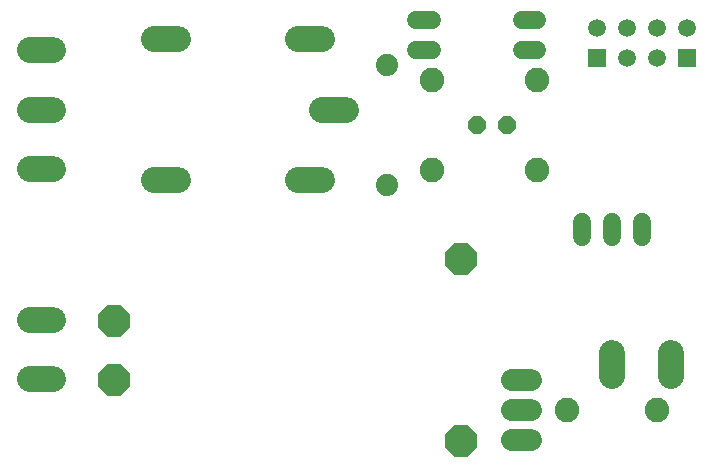
<source format=gbr>
G04 EAGLE Gerber X2 export*
%TF.Part,Single*%
%TF.FileFunction,Soldermask,Top,1*%
%TF.FilePolarity,Negative*%
%TF.GenerationSoftware,Autodesk,EAGLE,9.0.0*%
%TF.CreationDate,2018-06-01T03:22:50Z*%
G75*
%MOMM*%
%FSLAX34Y34*%
%LPD*%
%AMOC8*
5,1,8,0,0,1.08239X$1,22.5*%
G01*
%ADD10C,1.879600*%
%ADD11P,2.969212X8X22.500000*%
%ADD12C,1.879600*%
%ADD13C,2.184400*%
%ADD14P,1.649562X8X22.500000*%
%ADD15C,1.524000*%
%ADD16C,2.082800*%
%ADD17R,1.511200X1.511200*%
%ADD18C,1.511200*%


D10*
X355600Y241300D03*
X355600Y342900D03*
D11*
X418600Y24000D03*
X418600Y178000D03*
X124600Y76000D03*
X124600Y126000D03*
D12*
X461518Y76200D02*
X478282Y76200D01*
X478282Y50800D02*
X461518Y50800D01*
X461518Y25400D02*
X478282Y25400D01*
D13*
X321056Y304800D02*
X301244Y304800D01*
X300736Y364490D02*
X280924Y364490D01*
X280924Y245110D02*
X300736Y245110D01*
X178816Y245110D02*
X159004Y245110D01*
X159004Y364490D02*
X178816Y364490D01*
D14*
X431800Y292100D03*
X457200Y292100D03*
D15*
X393700Y381000D02*
X380492Y381000D01*
X380492Y355600D02*
X393700Y355600D01*
X469900Y355600D02*
X483108Y355600D01*
X483108Y381000D02*
X469900Y381000D01*
X520700Y209804D02*
X520700Y196596D01*
X571500Y196596D02*
X571500Y209804D01*
X546100Y209804D02*
X546100Y196596D01*
D16*
X482600Y330200D03*
X482600Y254000D03*
X584200Y50800D03*
X508000Y50800D03*
X393700Y254000D03*
X393700Y330200D03*
D17*
X609750Y348475D03*
X533550Y348475D03*
D18*
X584350Y348475D03*
X558950Y348475D03*
X558950Y373875D03*
X584350Y373875D03*
X609750Y373875D03*
X533550Y373875D03*
D13*
X73406Y354838D02*
X53594Y354838D01*
X53594Y304800D02*
X73406Y304800D01*
X73406Y254762D02*
X53594Y254762D01*
X53594Y126746D02*
X73406Y126746D01*
X73406Y76454D02*
X53594Y76454D01*
X596646Y78994D02*
X596646Y98806D01*
X546354Y98806D02*
X546354Y78994D01*
M02*

</source>
